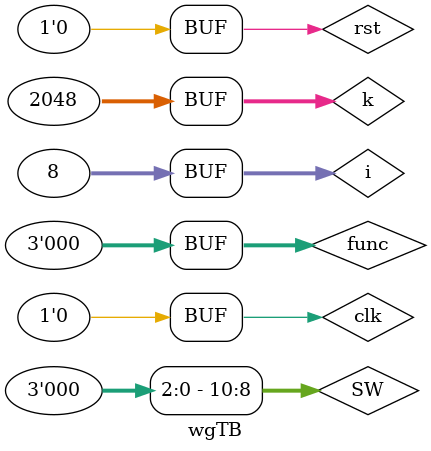
<source format=v>
`timescale 1ns/1ns;
module wgTB();
    wire [7:0] waveform;
    reg clk, rst;
    reg [2:0] func;
    reg [12:0] SW;
    integer i , k;
    
    WaveformGenerator UUT(waveform,SW,clk,rst,1'b1,8'b00000000 );
    
    initial begin
        rst = 1; #5;
        clk = 1; #10;
        rst = 0; #5;
        clk = 0;
        func = 3'b000;
        {SW[10], SW[9], SW[8]} = func;
        for(i = 0; i < 8; i = i+1)begin
            for(k = 0; k < 2048; k = k+1) begin clk = 1; #20; clk = 0; #20; end
          func = func + 3'b001; 
          {SW[10], SW[9], SW[8]} = func;  
        end
    end
endmodule
</source>
